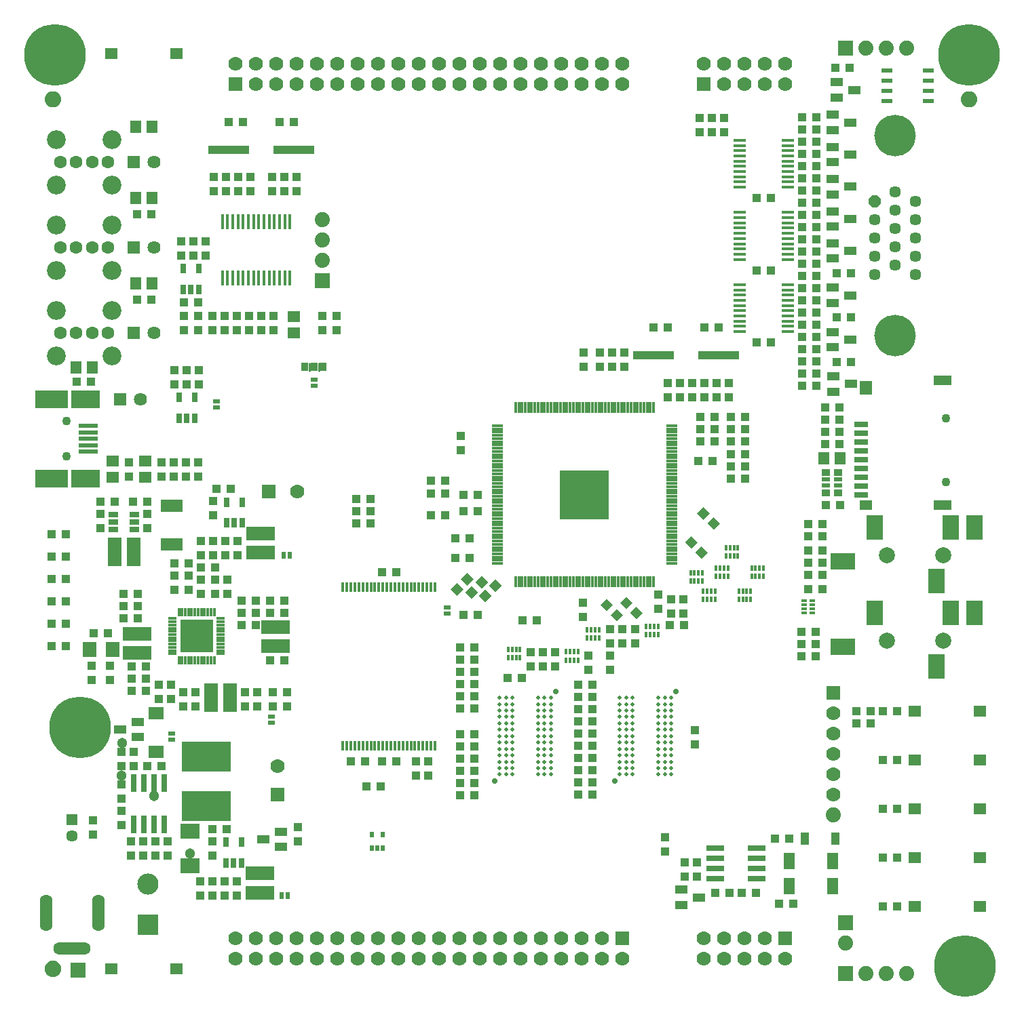
<source format=gts>
G04 EAGLE Gerber RS-274X export*
G75*
%MOMM*%
%FSLAX34Y34*%
%LPD*%
%INTop Solder Mask*%
%IPPOS*%
%AMOC8*
5,1,8,0,0,1.08239X$1,22.5*%
G01*
%ADD10C,1.601600*%
%ADD11R,1.879600X1.879600*%
%ADD12R,1.117600X1.117600*%
%ADD13R,1.117600X1.117600*%
%ADD14R,5.101600X1.101600*%
%ADD15R,1.371600X1.625600*%
%ADD16R,1.778000X1.778000*%
%ADD17C,1.778000*%
%ADD18C,1.270000*%
%ADD19C,1.101600*%
%ADD20R,1.451600X1.451600*%
%ADD21C,1.451600*%
%ADD22R,1.117600X0.863600*%
%ADD23R,1.117600X0.609600*%
%ADD24R,0.701600X2.301600*%
%ADD25R,0.651600X1.301600*%
%ADD26R,6.101600X3.701600*%
%ADD27R,0.863600X0.609600*%
%ADD28R,3.601600X1.701600*%
%ADD29R,0.609600X0.863600*%
%ADD30C,2.641600*%
%ADD31R,2.641600X2.641600*%
%ADD32R,1.101600X1.501600*%
%ADD33R,0.706400X0.706400*%
%ADD34R,2.801600X2.801600*%
%ADD35R,0.301600X1.401600*%
%ADD36R,1.401600X0.301600*%
%ADD37R,6.101600X6.101600*%
%ADD38R,0.351600X0.726600*%
%ADD39R,1.625600X1.371600*%
%ADD40R,1.625600X1.625600*%
%ADD41C,1.625600*%
%ADD42R,2.351600X0.601600*%
%ADD43R,4.101600X2.201600*%
%ADD44R,3.601600X2.201600*%
%ADD45R,0.451600X1.851600*%
%ADD46C,2.351600*%
%ADD47C,1.879600*%
%ADD48R,2.301600X0.701600*%
%ADD49R,1.901600X1.901600*%
%ADD50R,0.301600X1.001600*%
%ADD51R,1.001600X0.301600*%
%ADD52R,4.101600X4.101600*%
%ADD53R,1.301600X0.651600*%
%ADD54R,1.701600X3.601600*%
%ADD55R,1.752600X1.879600*%
%ADD56R,1.501600X1.101600*%
%ADD57R,1.901600X1.551600*%
%ADD58R,0.351600X1.301600*%
%ADD59R,2.387600X1.879600*%
%ADD60C,0.501600*%
%ADD61C,0.701600*%
%ADD62P,1.571197X8X112.500000*%
%ADD63C,5.181600*%
%ADD64R,1.601600X0.401600*%
%ADD65R,2.101600X3.101600*%
%ADD66R,3.101600X2.101600*%
%ADD67C,2.001600*%
%ADD68R,0.726600X0.351600*%
%ADD69R,2.701600X1.551600*%
%ADD70C,7.701600*%
%ADD71C,1.301600*%
%ADD72C,0.254000*%
%ADD73R,0.863600X1.117600*%
%ADD74R,1.701600X0.801600*%
%ADD75R,1.501600X1.301600*%
%ADD76R,1.501600X1.701600*%
%ADD77R,2.301600X1.301600*%
%ADD78R,1.401600X2.001600*%
%ADD79R,0.501600X0.801600*%
%ADD80R,1.356500X0.609600*%


D10*
X82550Y94744D03*
X17550Y94744D03*
X49550Y50244D03*
X17550Y99744D03*
X17550Y104744D03*
X17550Y89744D03*
X17550Y84744D03*
X17550Y109744D03*
X17550Y79744D03*
X82550Y99744D03*
X82550Y104744D03*
X82550Y109744D03*
X82550Y89744D03*
X82550Y84744D03*
X82550Y79744D03*
X44550Y50244D03*
X39550Y50244D03*
X34550Y50244D03*
X54550Y50244D03*
X59550Y50244D03*
X64550Y50244D03*
D11*
X57150Y23114D03*
D12*
X537972Y466598D03*
X555752Y466598D03*
X708152Y795020D03*
X708152Y777240D03*
X534416Y690118D03*
X534416Y672338D03*
X537718Y596392D03*
X555498Y596392D03*
D13*
G36*
X538107Y498963D02*
X530205Y491061D01*
X522303Y498963D01*
X530205Y506865D01*
X538107Y498963D01*
G37*
G36*
X550679Y511535D02*
X542777Y503633D01*
X534875Y511535D01*
X542777Y519437D01*
X550679Y511535D01*
G37*
G36*
X555887Y495320D02*
X547985Y487418D01*
X540083Y495320D01*
X547985Y503222D01*
X555887Y495320D01*
G37*
G36*
X568459Y507892D02*
X560557Y499990D01*
X552655Y507892D01*
X560557Y515794D01*
X568459Y507892D01*
G37*
G36*
X573028Y491133D02*
X565126Y483231D01*
X557224Y491133D01*
X565126Y499035D01*
X573028Y491133D01*
G37*
G36*
X585600Y503705D02*
X577698Y495803D01*
X569796Y503705D01*
X577698Y511607D01*
X585600Y503705D01*
G37*
D12*
X612140Y460248D03*
X629920Y460248D03*
X537718Y616712D03*
X555498Y616712D03*
X497078Y591312D03*
X514858Y591312D03*
X527558Y562864D03*
X545338Y562864D03*
X527532Y538480D03*
X545312Y538480D03*
D13*
G36*
X753808Y477358D02*
X761710Y469456D01*
X753808Y461554D01*
X745906Y469456D01*
X753808Y477358D01*
G37*
G36*
X741236Y489930D02*
X749138Y482028D01*
X741236Y474126D01*
X733334Y482028D01*
X741236Y489930D01*
G37*
D12*
X889254Y637540D03*
X871474Y637540D03*
X723392Y795020D03*
X723392Y777240D03*
X687832Y795020D03*
X687832Y777240D03*
X497078Y635000D03*
X514858Y635000D03*
X687070Y464312D03*
X687070Y482092D03*
D13*
G36*
X729424Y474818D02*
X737326Y466916D01*
X729424Y459014D01*
X721522Y466916D01*
X729424Y474818D01*
G37*
G36*
X716852Y487390D02*
X724754Y479488D01*
X716852Y471586D01*
X708950Y479488D01*
X716852Y487390D01*
G37*
D12*
X780796Y474726D03*
X780796Y492506D03*
D13*
G36*
X834834Y552796D02*
X842736Y544894D01*
X834834Y536992D01*
X826932Y544894D01*
X834834Y552796D01*
G37*
G36*
X822262Y565368D02*
X830164Y557466D01*
X822262Y549564D01*
X814360Y557466D01*
X822262Y565368D01*
G37*
D14*
X856488Y791464D03*
X775208Y791464D03*
D12*
X792988Y825754D03*
X775208Y825754D03*
X838708Y825754D03*
X856488Y825754D03*
X404622Y596138D03*
X422402Y596138D03*
D13*
G36*
X850074Y589118D02*
X857976Y581216D01*
X850074Y573314D01*
X842172Y581216D01*
X850074Y589118D01*
G37*
G36*
X837502Y601690D02*
X845404Y593788D01*
X837502Y585886D01*
X829600Y593788D01*
X837502Y601690D01*
G37*
D12*
X889254Y714248D03*
X871474Y714248D03*
X404622Y580898D03*
X422402Y580898D03*
X889254Y683768D03*
X871474Y683768D03*
X699008Y242316D03*
X681228Y242316D03*
X681228Y257556D03*
X699008Y257556D03*
X699008Y333756D03*
X681228Y333756D03*
X681228Y348996D03*
X699008Y348996D03*
X699008Y364236D03*
X681228Y364236D03*
X1007110Y711200D03*
X989330Y711200D03*
D15*
X988060Y662940D03*
X1008380Y662940D03*
D12*
X1007110Y726440D03*
X989330Y726440D03*
X24130Y539750D03*
X41910Y539750D03*
X41910Y567690D03*
X24130Y567690D03*
X863600Y1087882D03*
X863600Y1070102D03*
D16*
X838200Y1130300D03*
D17*
X838200Y1155700D03*
X863600Y1130300D03*
X863600Y1155700D03*
X889000Y1130300D03*
X889000Y1155700D03*
X914400Y1130300D03*
X914400Y1155700D03*
X939800Y1130300D03*
X939800Y1155700D03*
D12*
X848360Y1087882D03*
X848360Y1070102D03*
X833120Y1087882D03*
X833120Y1070102D03*
D18*
X21795Y25400D02*
X21797Y25520D01*
X21803Y25640D01*
X21813Y25759D01*
X21827Y25878D01*
X21845Y25996D01*
X21866Y26114D01*
X21892Y26231D01*
X21922Y26348D01*
X21955Y26463D01*
X21992Y26577D01*
X22033Y26689D01*
X22078Y26800D01*
X22126Y26910D01*
X22178Y27018D01*
X22234Y27124D01*
X22293Y27228D01*
X22356Y27331D01*
X22421Y27431D01*
X22491Y27529D01*
X22563Y27624D01*
X22638Y27717D01*
X22717Y27808D01*
X22798Y27896D01*
X22883Y27981D01*
X22970Y28063D01*
X23060Y28142D01*
X23152Y28219D01*
X23247Y28292D01*
X23345Y28362D01*
X23444Y28428D01*
X23546Y28492D01*
X23650Y28552D01*
X23755Y28608D01*
X23863Y28661D01*
X23972Y28710D01*
X24083Y28756D01*
X24195Y28798D01*
X24309Y28836D01*
X24424Y28870D01*
X24540Y28901D01*
X24656Y28927D01*
X24774Y28950D01*
X24892Y28969D01*
X25011Y28984D01*
X25131Y28995D01*
X25250Y29002D01*
X25370Y29005D01*
X25490Y29004D01*
X25610Y28999D01*
X25729Y28990D01*
X25848Y28977D01*
X25967Y28960D01*
X26085Y28939D01*
X26202Y28915D01*
X26319Y28886D01*
X26434Y28854D01*
X26548Y28817D01*
X26661Y28777D01*
X26773Y28733D01*
X26883Y28686D01*
X26991Y28635D01*
X27098Y28580D01*
X27202Y28522D01*
X27305Y28460D01*
X27406Y28395D01*
X27504Y28327D01*
X27601Y28255D01*
X27694Y28181D01*
X27785Y28103D01*
X27874Y28022D01*
X27960Y27939D01*
X28043Y27852D01*
X28123Y27763D01*
X28200Y27671D01*
X28274Y27577D01*
X28344Y27480D01*
X28412Y27381D01*
X28476Y27280D01*
X28537Y27176D01*
X28594Y27071D01*
X28648Y26964D01*
X28698Y26855D01*
X28745Y26745D01*
X28788Y26633D01*
X28827Y26520D01*
X28862Y26405D01*
X28894Y26290D01*
X28921Y26173D01*
X28945Y26055D01*
X28965Y25937D01*
X28981Y25819D01*
X28993Y25699D01*
X29001Y25580D01*
X29005Y25460D01*
X29005Y25340D01*
X29001Y25220D01*
X28993Y25101D01*
X28981Y24981D01*
X28965Y24863D01*
X28945Y24745D01*
X28921Y24627D01*
X28894Y24510D01*
X28862Y24395D01*
X28827Y24280D01*
X28788Y24167D01*
X28745Y24055D01*
X28698Y23945D01*
X28648Y23836D01*
X28594Y23729D01*
X28537Y23624D01*
X28476Y23520D01*
X28412Y23419D01*
X28344Y23320D01*
X28274Y23223D01*
X28200Y23129D01*
X28123Y23037D01*
X28043Y22948D01*
X27960Y22861D01*
X27874Y22778D01*
X27785Y22697D01*
X27694Y22619D01*
X27601Y22545D01*
X27504Y22473D01*
X27406Y22405D01*
X27305Y22340D01*
X27203Y22278D01*
X27098Y22220D01*
X26991Y22165D01*
X26883Y22114D01*
X26773Y22067D01*
X26661Y22023D01*
X26548Y21983D01*
X26434Y21946D01*
X26319Y21914D01*
X26202Y21885D01*
X26085Y21861D01*
X25967Y21840D01*
X25848Y21823D01*
X25729Y21810D01*
X25610Y21801D01*
X25490Y21796D01*
X25370Y21795D01*
X25250Y21798D01*
X25131Y21805D01*
X25011Y21816D01*
X24892Y21831D01*
X24774Y21850D01*
X24656Y21873D01*
X24540Y21899D01*
X24424Y21930D01*
X24309Y21964D01*
X24195Y22002D01*
X24083Y22044D01*
X23972Y22090D01*
X23863Y22139D01*
X23755Y22192D01*
X23650Y22248D01*
X23546Y22308D01*
X23444Y22372D01*
X23345Y22438D01*
X23247Y22508D01*
X23152Y22581D01*
X23060Y22658D01*
X22970Y22737D01*
X22883Y22819D01*
X22798Y22904D01*
X22717Y22992D01*
X22638Y23083D01*
X22563Y23176D01*
X22491Y23271D01*
X22421Y23369D01*
X22356Y23469D01*
X22293Y23572D01*
X22234Y23676D01*
X22178Y23782D01*
X22126Y23890D01*
X22078Y24000D01*
X22033Y24111D01*
X21992Y24223D01*
X21955Y24337D01*
X21922Y24452D01*
X21892Y24569D01*
X21866Y24686D01*
X21845Y24804D01*
X21827Y24922D01*
X21813Y25041D01*
X21803Y25160D01*
X21797Y25280D01*
X21795Y25400D01*
D19*
X25400Y25400D03*
D18*
X1164795Y1111250D02*
X1164797Y1111370D01*
X1164803Y1111490D01*
X1164813Y1111609D01*
X1164827Y1111728D01*
X1164845Y1111846D01*
X1164866Y1111964D01*
X1164892Y1112081D01*
X1164922Y1112198D01*
X1164955Y1112313D01*
X1164992Y1112427D01*
X1165033Y1112539D01*
X1165078Y1112650D01*
X1165126Y1112760D01*
X1165178Y1112868D01*
X1165234Y1112974D01*
X1165293Y1113078D01*
X1165356Y1113181D01*
X1165421Y1113281D01*
X1165491Y1113379D01*
X1165563Y1113474D01*
X1165638Y1113567D01*
X1165717Y1113658D01*
X1165798Y1113746D01*
X1165883Y1113831D01*
X1165970Y1113913D01*
X1166060Y1113992D01*
X1166152Y1114069D01*
X1166247Y1114142D01*
X1166345Y1114212D01*
X1166444Y1114278D01*
X1166546Y1114342D01*
X1166650Y1114402D01*
X1166755Y1114458D01*
X1166863Y1114511D01*
X1166972Y1114560D01*
X1167083Y1114606D01*
X1167195Y1114648D01*
X1167309Y1114686D01*
X1167424Y1114720D01*
X1167540Y1114751D01*
X1167656Y1114777D01*
X1167774Y1114800D01*
X1167892Y1114819D01*
X1168011Y1114834D01*
X1168131Y1114845D01*
X1168250Y1114852D01*
X1168370Y1114855D01*
X1168490Y1114854D01*
X1168610Y1114849D01*
X1168729Y1114840D01*
X1168848Y1114827D01*
X1168967Y1114810D01*
X1169085Y1114789D01*
X1169202Y1114765D01*
X1169319Y1114736D01*
X1169434Y1114704D01*
X1169548Y1114667D01*
X1169661Y1114627D01*
X1169773Y1114583D01*
X1169883Y1114536D01*
X1169991Y1114485D01*
X1170098Y1114430D01*
X1170202Y1114372D01*
X1170305Y1114310D01*
X1170406Y1114245D01*
X1170504Y1114177D01*
X1170601Y1114105D01*
X1170694Y1114031D01*
X1170785Y1113953D01*
X1170874Y1113872D01*
X1170960Y1113789D01*
X1171043Y1113702D01*
X1171123Y1113613D01*
X1171200Y1113521D01*
X1171274Y1113427D01*
X1171344Y1113330D01*
X1171412Y1113231D01*
X1171476Y1113130D01*
X1171537Y1113026D01*
X1171594Y1112921D01*
X1171648Y1112814D01*
X1171698Y1112705D01*
X1171745Y1112595D01*
X1171788Y1112483D01*
X1171827Y1112370D01*
X1171862Y1112255D01*
X1171894Y1112140D01*
X1171921Y1112023D01*
X1171945Y1111905D01*
X1171965Y1111787D01*
X1171981Y1111669D01*
X1171993Y1111549D01*
X1172001Y1111430D01*
X1172005Y1111310D01*
X1172005Y1111190D01*
X1172001Y1111070D01*
X1171993Y1110951D01*
X1171981Y1110831D01*
X1171965Y1110713D01*
X1171945Y1110595D01*
X1171921Y1110477D01*
X1171894Y1110360D01*
X1171862Y1110245D01*
X1171827Y1110130D01*
X1171788Y1110017D01*
X1171745Y1109905D01*
X1171698Y1109795D01*
X1171648Y1109686D01*
X1171594Y1109579D01*
X1171537Y1109474D01*
X1171476Y1109370D01*
X1171412Y1109269D01*
X1171344Y1109170D01*
X1171274Y1109073D01*
X1171200Y1108979D01*
X1171123Y1108887D01*
X1171043Y1108798D01*
X1170960Y1108711D01*
X1170874Y1108628D01*
X1170785Y1108547D01*
X1170694Y1108469D01*
X1170601Y1108395D01*
X1170504Y1108323D01*
X1170406Y1108255D01*
X1170305Y1108190D01*
X1170203Y1108128D01*
X1170098Y1108070D01*
X1169991Y1108015D01*
X1169883Y1107964D01*
X1169773Y1107917D01*
X1169661Y1107873D01*
X1169548Y1107833D01*
X1169434Y1107796D01*
X1169319Y1107764D01*
X1169202Y1107735D01*
X1169085Y1107711D01*
X1168967Y1107690D01*
X1168848Y1107673D01*
X1168729Y1107660D01*
X1168610Y1107651D01*
X1168490Y1107646D01*
X1168370Y1107645D01*
X1168250Y1107648D01*
X1168131Y1107655D01*
X1168011Y1107666D01*
X1167892Y1107681D01*
X1167774Y1107700D01*
X1167656Y1107723D01*
X1167540Y1107749D01*
X1167424Y1107780D01*
X1167309Y1107814D01*
X1167195Y1107852D01*
X1167083Y1107894D01*
X1166972Y1107940D01*
X1166863Y1107989D01*
X1166755Y1108042D01*
X1166650Y1108098D01*
X1166546Y1108158D01*
X1166444Y1108222D01*
X1166345Y1108288D01*
X1166247Y1108358D01*
X1166152Y1108431D01*
X1166060Y1108508D01*
X1165970Y1108587D01*
X1165883Y1108669D01*
X1165798Y1108754D01*
X1165717Y1108842D01*
X1165638Y1108933D01*
X1165563Y1109026D01*
X1165491Y1109121D01*
X1165421Y1109219D01*
X1165356Y1109319D01*
X1165293Y1109422D01*
X1165234Y1109526D01*
X1165178Y1109632D01*
X1165126Y1109740D01*
X1165078Y1109850D01*
X1165033Y1109961D01*
X1164992Y1110073D01*
X1164955Y1110187D01*
X1164922Y1110302D01*
X1164892Y1110419D01*
X1164866Y1110536D01*
X1164845Y1110654D01*
X1164827Y1110772D01*
X1164813Y1110891D01*
X1164803Y1111010D01*
X1164797Y1111130D01*
X1164795Y1111250D01*
D19*
X1168400Y1111250D03*
D18*
X21795Y1111250D02*
X21797Y1111370D01*
X21803Y1111490D01*
X21813Y1111609D01*
X21827Y1111728D01*
X21845Y1111846D01*
X21866Y1111964D01*
X21892Y1112081D01*
X21922Y1112198D01*
X21955Y1112313D01*
X21992Y1112427D01*
X22033Y1112539D01*
X22078Y1112650D01*
X22126Y1112760D01*
X22178Y1112868D01*
X22234Y1112974D01*
X22293Y1113078D01*
X22356Y1113181D01*
X22421Y1113281D01*
X22491Y1113379D01*
X22563Y1113474D01*
X22638Y1113567D01*
X22717Y1113658D01*
X22798Y1113746D01*
X22883Y1113831D01*
X22970Y1113913D01*
X23060Y1113992D01*
X23152Y1114069D01*
X23247Y1114142D01*
X23345Y1114212D01*
X23444Y1114278D01*
X23546Y1114342D01*
X23650Y1114402D01*
X23755Y1114458D01*
X23863Y1114511D01*
X23972Y1114560D01*
X24083Y1114606D01*
X24195Y1114648D01*
X24309Y1114686D01*
X24424Y1114720D01*
X24540Y1114751D01*
X24656Y1114777D01*
X24774Y1114800D01*
X24892Y1114819D01*
X25011Y1114834D01*
X25131Y1114845D01*
X25250Y1114852D01*
X25370Y1114855D01*
X25490Y1114854D01*
X25610Y1114849D01*
X25729Y1114840D01*
X25848Y1114827D01*
X25967Y1114810D01*
X26085Y1114789D01*
X26202Y1114765D01*
X26319Y1114736D01*
X26434Y1114704D01*
X26548Y1114667D01*
X26661Y1114627D01*
X26773Y1114583D01*
X26883Y1114536D01*
X26991Y1114485D01*
X27098Y1114430D01*
X27202Y1114372D01*
X27305Y1114310D01*
X27406Y1114245D01*
X27504Y1114177D01*
X27601Y1114105D01*
X27694Y1114031D01*
X27785Y1113953D01*
X27874Y1113872D01*
X27960Y1113789D01*
X28043Y1113702D01*
X28123Y1113613D01*
X28200Y1113521D01*
X28274Y1113427D01*
X28344Y1113330D01*
X28412Y1113231D01*
X28476Y1113130D01*
X28537Y1113026D01*
X28594Y1112921D01*
X28648Y1112814D01*
X28698Y1112705D01*
X28745Y1112595D01*
X28788Y1112483D01*
X28827Y1112370D01*
X28862Y1112255D01*
X28894Y1112140D01*
X28921Y1112023D01*
X28945Y1111905D01*
X28965Y1111787D01*
X28981Y1111669D01*
X28993Y1111549D01*
X29001Y1111430D01*
X29005Y1111310D01*
X29005Y1111190D01*
X29001Y1111070D01*
X28993Y1110951D01*
X28981Y1110831D01*
X28965Y1110713D01*
X28945Y1110595D01*
X28921Y1110477D01*
X28894Y1110360D01*
X28862Y1110245D01*
X28827Y1110130D01*
X28788Y1110017D01*
X28745Y1109905D01*
X28698Y1109795D01*
X28648Y1109686D01*
X28594Y1109579D01*
X28537Y1109474D01*
X28476Y1109370D01*
X28412Y1109269D01*
X28344Y1109170D01*
X28274Y1109073D01*
X28200Y1108979D01*
X28123Y1108887D01*
X28043Y1108798D01*
X27960Y1108711D01*
X27874Y1108628D01*
X27785Y1108547D01*
X27694Y1108469D01*
X27601Y1108395D01*
X27504Y1108323D01*
X27406Y1108255D01*
X27305Y1108190D01*
X27203Y1108128D01*
X27098Y1108070D01*
X26991Y1108015D01*
X26883Y1107964D01*
X26773Y1107917D01*
X26661Y1107873D01*
X26548Y1107833D01*
X26434Y1107796D01*
X26319Y1107764D01*
X26202Y1107735D01*
X26085Y1107711D01*
X25967Y1107690D01*
X25848Y1107673D01*
X25729Y1107660D01*
X25610Y1107651D01*
X25490Y1107646D01*
X25370Y1107645D01*
X25250Y1107648D01*
X25131Y1107655D01*
X25011Y1107666D01*
X24892Y1107681D01*
X24774Y1107700D01*
X24656Y1107723D01*
X24540Y1107749D01*
X24424Y1107780D01*
X24309Y1107814D01*
X24195Y1107852D01*
X24083Y1107894D01*
X23972Y1107940D01*
X23863Y1107989D01*
X23755Y1108042D01*
X23650Y1108098D01*
X23546Y1108158D01*
X23444Y1108222D01*
X23345Y1108288D01*
X23247Y1108358D01*
X23152Y1108431D01*
X23060Y1108508D01*
X22970Y1108587D01*
X22883Y1108669D01*
X22798Y1108754D01*
X22717Y1108842D01*
X22638Y1108933D01*
X22563Y1109026D01*
X22491Y1109121D01*
X22421Y1109219D01*
X22356Y1109319D01*
X22293Y1109422D01*
X22234Y1109526D01*
X22178Y1109632D01*
X22126Y1109740D01*
X22078Y1109850D01*
X22033Y1109961D01*
X21992Y1110073D01*
X21955Y1110187D01*
X21922Y1110302D01*
X21892Y1110419D01*
X21866Y1110536D01*
X21845Y1110654D01*
X21827Y1110772D01*
X21813Y1110891D01*
X21803Y1111010D01*
X21797Y1111130D01*
X21795Y1111250D01*
D19*
X25400Y1111250D03*
D20*
X49530Y211168D03*
D21*
X49530Y191168D03*
D12*
X681228Y379476D03*
X699008Y379476D03*
X534162Y272542D03*
X551942Y272542D03*
X551942Y318262D03*
X534162Y318262D03*
X534162Y303022D03*
X551942Y303022D03*
X534162Y287782D03*
X551942Y287782D03*
D22*
X990600Y645160D03*
X1005840Y645160D03*
D23*
X990600Y636270D03*
X1005840Y636270D03*
D22*
X1005840Y619760D03*
X990600Y619760D03*
D23*
X1005840Y628650D03*
X990600Y628650D03*
D24*
X152400Y257140D03*
X152400Y205140D03*
X165100Y257140D03*
X139700Y257140D03*
X127000Y257140D03*
X165100Y205140D03*
X139700Y205140D03*
X127000Y205140D03*
D25*
X242722Y581867D03*
X252222Y581867D03*
X261722Y581867D03*
X261722Y607869D03*
X242722Y607869D03*
D12*
X168910Y184150D03*
X168910Y166370D03*
X153670Y166370D03*
X153670Y184150D03*
X161290Y278130D03*
X143510Y278130D03*
X138430Y184150D03*
X138430Y166370D03*
X123190Y166370D03*
X123190Y184150D03*
D26*
X217170Y228080D03*
X217170Y290080D03*
D12*
X111760Y295910D03*
X111760Y278130D03*
X111760Y237490D03*
X111760Y255270D03*
X111760Y222250D03*
X111760Y204470D03*
D27*
X174244Y311404D03*
X174244Y319024D03*
D12*
X247396Y624078D03*
X229616Y624078D03*
D28*
X285242Y568768D03*
X285242Y544768D03*
D12*
X225552Y541528D03*
X225552Y559308D03*
X225552Y591058D03*
X225552Y608838D03*
X240792Y541528D03*
X240792Y559308D03*
D29*
X313436Y541528D03*
X321056Y541528D03*
D12*
X76200Y192278D03*
X76200Y210058D03*
X210312Y541528D03*
X210312Y559308D03*
D30*
X144780Y130810D03*
D31*
X144780Y80010D03*
D12*
X989330Y680720D03*
X1007110Y680720D03*
D32*
X963726Y187198D03*
X1001726Y187198D03*
D12*
X127000Y295910D03*
X127000Y278130D03*
X256032Y541528D03*
X256032Y559308D03*
X422402Y611378D03*
X404622Y611378D03*
X989330Y695960D03*
X1007110Y695960D03*
X24130Y427990D03*
X41910Y427990D03*
X24130Y455930D03*
X41910Y455930D03*
D33*
X663102Y607220D03*
X671102Y607220D03*
X679102Y591220D03*
X679102Y599220D03*
X699102Y591220D03*
X699102Y599220D03*
X715102Y607220D03*
X707102Y607220D03*
X663102Y627220D03*
X671102Y627220D03*
X715102Y627220D03*
X707102Y627220D03*
X679102Y643220D03*
X679102Y635220D03*
X699102Y643220D03*
X699102Y635220D03*
D34*
X689102Y617220D03*
D35*
X603102Y725720D03*
X607102Y725720D03*
X611102Y725720D03*
X615102Y725720D03*
X619102Y725720D03*
X623102Y725720D03*
X627102Y725720D03*
X631102Y725720D03*
X635102Y725720D03*
X639102Y725720D03*
X643102Y725720D03*
X647102Y725720D03*
X651102Y725720D03*
X655102Y725720D03*
X659102Y725720D03*
X663102Y725720D03*
X667102Y725720D03*
X671102Y725720D03*
X675102Y725720D03*
X679102Y725720D03*
X683102Y725720D03*
X687102Y725720D03*
X691102Y725720D03*
X695102Y725720D03*
X699102Y725720D03*
X703102Y725720D03*
X711102Y725720D03*
X707102Y725720D03*
X715102Y725720D03*
X719102Y725720D03*
X723102Y725720D03*
X727102Y725720D03*
X731102Y725720D03*
X735102Y725720D03*
X739102Y725720D03*
X743102Y725720D03*
X747102Y725720D03*
X751102Y725720D03*
X755102Y725720D03*
X759102Y725720D03*
X763102Y725720D03*
X767102Y725720D03*
X771102Y725720D03*
X775102Y725720D03*
D36*
X797602Y531220D03*
X797602Y535220D03*
X797602Y539220D03*
X797602Y543220D03*
X797602Y547220D03*
X797602Y551220D03*
X797602Y555220D03*
X797602Y559220D03*
X797602Y563220D03*
X797602Y567220D03*
X797602Y571220D03*
X797602Y575220D03*
X797602Y579220D03*
X797602Y583220D03*
X797602Y587220D03*
X797602Y591220D03*
X797602Y595220D03*
X797602Y599220D03*
X797602Y603220D03*
X797602Y607220D03*
X797602Y611220D03*
X797602Y615220D03*
X797602Y619220D03*
X797602Y623220D03*
X797602Y627220D03*
X797602Y631220D03*
X797602Y639220D03*
X797602Y635220D03*
X797602Y643220D03*
X797602Y647220D03*
X797602Y651220D03*
X797602Y655220D03*
X797602Y659220D03*
X797602Y663220D03*
X797602Y667220D03*
X797602Y671220D03*
X797602Y675220D03*
X797602Y679220D03*
X797602Y683220D03*
X797602Y687220D03*
X797602Y691220D03*
X797602Y695220D03*
X797602Y699220D03*
X797602Y703220D03*
X580602Y531220D03*
X580602Y535220D03*
X580602Y539220D03*
X580602Y543220D03*
X580602Y547220D03*
X580602Y551220D03*
X580602Y555220D03*
X580602Y559220D03*
X580602Y563220D03*
X580602Y567220D03*
X580602Y571220D03*
X580602Y575220D03*
X580602Y579220D03*
X580602Y583220D03*
X580602Y587220D03*
X580602Y591220D03*
X580602Y595220D03*
X580602Y599220D03*
X580602Y603220D03*
X580602Y607220D03*
X580602Y611220D03*
X580602Y615220D03*
X580602Y619220D03*
X580602Y623220D03*
X580602Y627220D03*
X580602Y631220D03*
X580602Y639220D03*
X580602Y635220D03*
X580602Y643220D03*
X580602Y647220D03*
X580602Y651220D03*
X580602Y655220D03*
X580602Y659220D03*
X580602Y663220D03*
X580602Y667220D03*
X580602Y671220D03*
X580602Y675220D03*
X580602Y679220D03*
X580602Y683220D03*
X580602Y687220D03*
X580602Y691220D03*
X580602Y695220D03*
X580602Y699220D03*
X580602Y703220D03*
D35*
X603102Y508720D03*
X607102Y508720D03*
X611102Y508720D03*
X615102Y508720D03*
X619102Y508720D03*
X623102Y508720D03*
X627102Y508720D03*
X631102Y508720D03*
X635102Y508720D03*
X639102Y508720D03*
X643102Y508720D03*
X647102Y508720D03*
X651102Y508720D03*
X655102Y508720D03*
X659102Y508720D03*
X663102Y508720D03*
X667102Y508720D03*
X671102Y508720D03*
X675102Y508720D03*
X679102Y508720D03*
X683102Y508720D03*
X687102Y508720D03*
X691102Y508720D03*
X695102Y508720D03*
X699102Y508720D03*
X703102Y508720D03*
X711102Y508720D03*
X707102Y508720D03*
X715102Y508720D03*
X719102Y508720D03*
X723102Y508720D03*
X727102Y508720D03*
X731102Y508720D03*
X735102Y508720D03*
X739102Y508720D03*
X743102Y508720D03*
X747102Y508720D03*
X751102Y508720D03*
X755102Y508720D03*
X759102Y508720D03*
X763102Y508720D03*
X767102Y508720D03*
X771102Y508720D03*
X775102Y508720D03*
D37*
X689102Y617220D03*
D12*
X926846Y187198D03*
X944626Y187198D03*
X889254Y699008D03*
X871474Y699008D03*
X869442Y756412D03*
X869442Y738632D03*
X851662Y699008D03*
X833882Y699008D03*
X851662Y683768D03*
X833882Y683768D03*
X833882Y714248D03*
X851662Y714248D03*
X738632Y795020D03*
X738632Y777240D03*
X986282Y517144D03*
X986282Y499364D03*
X968502Y499364D03*
X968502Y517144D03*
X986282Y532384D03*
X968502Y532384D03*
X968502Y547624D03*
X968502Y565404D03*
X986282Y547624D03*
X986282Y565404D03*
X986282Y580644D03*
X968502Y580644D03*
X959612Y430276D03*
X977392Y430276D03*
X959612Y415036D03*
X977392Y415036D03*
X959612Y445516D03*
X977392Y445516D03*
X849122Y658876D03*
X831342Y658876D03*
X889254Y652780D03*
X871474Y652780D03*
X889254Y668020D03*
X871474Y668020D03*
X854202Y756412D03*
X854202Y738632D03*
X808482Y756412D03*
X808482Y738632D03*
X793242Y756412D03*
X793242Y738632D03*
X838962Y756412D03*
X838962Y738632D03*
X823722Y756412D03*
X823722Y738632D03*
X699008Y288036D03*
X681228Y288036D03*
X827072Y323136D03*
X827072Y305356D03*
X699008Y318516D03*
X681228Y318516D03*
X681228Y303276D03*
X699008Y303276D03*
X694182Y398526D03*
X694182Y416306D03*
X721360Y398526D03*
X721360Y416306D03*
X699008Y272796D03*
X681228Y272796D03*
X593344Y387858D03*
X611124Y387858D03*
X534162Y242062D03*
X551942Y242062D03*
X534162Y257302D03*
X551942Y257302D03*
D38*
X608718Y424225D03*
X608718Y413975D03*
X603718Y424225D03*
X603718Y413975D03*
X593718Y413975D03*
X593718Y424225D03*
X598718Y413975D03*
X598718Y424225D03*
X707524Y448355D03*
X707524Y438105D03*
X702524Y448355D03*
X702524Y438105D03*
X692524Y438105D03*
X692524Y448355D03*
X697524Y438105D03*
X697524Y448355D03*
X680854Y420923D03*
X680854Y410673D03*
X675854Y420923D03*
X675854Y410673D03*
X665854Y410673D03*
X665854Y420923D03*
X670854Y410673D03*
X670854Y420923D03*
X780676Y452927D03*
X780676Y442677D03*
X775676Y452927D03*
X775676Y442677D03*
X765676Y442677D03*
X765676Y452927D03*
X770676Y442677D03*
X770676Y452927D03*
X836302Y519729D03*
X836302Y509479D03*
X831302Y519729D03*
X831302Y509479D03*
X821302Y509479D03*
X821302Y519729D03*
X826302Y509479D03*
X826302Y519729D03*
X852304Y496361D03*
X852304Y486111D03*
X847304Y496361D03*
X847304Y486111D03*
X837304Y486111D03*
X837304Y496361D03*
X842304Y486111D03*
X842304Y496361D03*
X868331Y525589D03*
X868331Y515339D03*
X863331Y525589D03*
X863331Y515339D03*
X853331Y515339D03*
X853331Y525589D03*
X858331Y515339D03*
X858331Y525589D03*
X880498Y551225D03*
X880498Y540975D03*
X875498Y551225D03*
X875498Y540975D03*
X865498Y540975D03*
X865498Y551225D03*
X870498Y540975D03*
X870498Y551225D03*
X896500Y496361D03*
X896500Y486111D03*
X891500Y496361D03*
X891500Y486111D03*
X881500Y486111D03*
X881500Y496361D03*
X886500Y486111D03*
X886500Y496361D03*
X912502Y525571D03*
X912502Y515321D03*
X907502Y525571D03*
X907502Y515321D03*
X897502Y515321D03*
X897502Y525571D03*
X902502Y515321D03*
X902502Y525571D03*
D12*
X813562Y453898D03*
X795782Y453898D03*
X534162Y426466D03*
X551942Y426466D03*
X534162Y411226D03*
X551942Y411226D03*
X534162Y395986D03*
X551942Y395986D03*
X551942Y350266D03*
X534162Y350266D03*
X534162Y365506D03*
X551942Y365506D03*
X534162Y380746D03*
X551942Y380746D03*
D39*
X1182370Y346710D03*
X1101090Y346710D03*
X1182370Y285750D03*
X1101090Y285750D03*
X1182370Y224790D03*
X1101090Y224790D03*
X1182370Y163830D03*
X1101090Y163830D03*
X1182370Y102870D03*
X1101090Y102870D03*
D12*
X1028700Y346710D03*
X1046480Y346710D03*
X1046480Y331470D03*
X1028700Y331470D03*
X1061720Y346710D03*
X1079500Y346710D03*
X1061720Y285750D03*
X1079500Y285750D03*
X1061720Y224790D03*
X1079500Y224790D03*
X1061720Y163830D03*
X1079500Y163830D03*
X1061720Y102870D03*
X1079500Y102870D03*
D40*
X109728Y735838D03*
D41*
X135128Y735838D03*
D39*
X100076Y658876D03*
X100076Y638556D03*
D12*
X177800Y755142D03*
X177800Y772922D03*
D25*
X183540Y712677D03*
X193040Y712677D03*
X202540Y712677D03*
X202540Y738679D03*
X183540Y738679D03*
D12*
X206756Y657606D03*
X206756Y639826D03*
X208280Y772922D03*
X208280Y755142D03*
D39*
X140716Y638556D03*
X140716Y658876D03*
D42*
X70240Y703070D03*
X70240Y695070D03*
X70240Y687070D03*
X70240Y679070D03*
X70240Y671070D03*
D43*
X24180Y736570D03*
X24180Y637570D03*
D44*
X66680Y736570D03*
X66680Y637570D03*
D19*
X43180Y709070D03*
X43180Y665070D03*
D12*
X161036Y639826D03*
X161036Y657606D03*
X176276Y657606D03*
X176276Y639826D03*
D40*
X127000Y1032510D03*
D41*
X152400Y1032510D03*
D15*
X149860Y1076960D03*
X129540Y1076960D03*
D12*
X185928Y915670D03*
X185928Y933450D03*
D25*
X188620Y873713D03*
X198120Y873713D03*
X207620Y873713D03*
X207620Y899715D03*
X188620Y899715D03*
D12*
X189230Y857250D03*
X207010Y857250D03*
X216408Y933450D03*
X216408Y915670D03*
D45*
X321650Y958032D03*
X315150Y958032D03*
X308650Y958032D03*
X302150Y958032D03*
X295650Y958032D03*
X289150Y958032D03*
X282650Y958032D03*
X276150Y958032D03*
X269650Y958032D03*
X263150Y958032D03*
X256650Y958032D03*
X250150Y958032D03*
X243650Y958032D03*
X237150Y958032D03*
X237150Y887532D03*
X243650Y887532D03*
X250150Y887532D03*
X256650Y887532D03*
X263150Y887532D03*
X269650Y887532D03*
X276150Y887532D03*
X282650Y887532D03*
X289150Y887532D03*
X295650Y887532D03*
X302150Y887532D03*
X308650Y887532D03*
X315150Y887532D03*
X321650Y887532D03*
D14*
X245364Y1048004D03*
X326644Y1048004D03*
D12*
X308864Y1082294D03*
X326644Y1082294D03*
X263144Y1082294D03*
X245364Y1082294D03*
X314198Y1013714D03*
X314198Y995934D03*
X329438Y995934D03*
X329438Y1013714D03*
X298958Y995934D03*
X298958Y1013714D03*
X272542Y995934D03*
X272542Y1013714D03*
D39*
X326390Y839470D03*
X326390Y819150D03*
D12*
X189230Y822960D03*
X189230Y840740D03*
X207010Y822960D03*
X207010Y840740D03*
X285750Y840740D03*
X285750Y822960D03*
X300990Y840740D03*
X300990Y822960D03*
X240030Y822960D03*
X240030Y840740D03*
D46*
X29790Y1060800D03*
X29790Y1003800D03*
X99790Y1003800D03*
X99790Y1060800D03*
D10*
X34790Y1032300D03*
X54790Y1032300D03*
X74790Y1032300D03*
X94790Y1032300D03*
D46*
X29790Y954120D03*
X29790Y897120D03*
X99790Y897120D03*
X99790Y954120D03*
D10*
X34790Y925620D03*
X54790Y925620D03*
X74790Y925620D03*
X94790Y925620D03*
D15*
X149860Y988060D03*
X129540Y988060D03*
D12*
X130810Y967740D03*
X148590Y967740D03*
D40*
X127000Y925830D03*
D41*
X152400Y925830D03*
D15*
X149860Y881380D03*
X129540Y881380D03*
D12*
X130810Y861060D03*
X148590Y861060D03*
D46*
X29790Y847440D03*
X29790Y790440D03*
X99790Y790440D03*
X99790Y847440D03*
D10*
X34790Y818940D03*
X54790Y818940D03*
X74790Y818940D03*
X94790Y818940D03*
D40*
X127000Y819150D03*
D41*
X152400Y819150D03*
D15*
X74676Y775716D03*
X54356Y775716D03*
D12*
X55626Y757936D03*
X73406Y757936D03*
X242062Y995934D03*
X242062Y1013714D03*
X226822Y995934D03*
X226822Y1013714D03*
X257302Y1013714D03*
X257302Y995934D03*
X361950Y822960D03*
X379730Y822960D03*
X361950Y840740D03*
X379730Y840740D03*
D11*
X361950Y884682D03*
D47*
X361950Y910082D03*
X361950Y935482D03*
X361950Y960882D03*
D48*
X903824Y150368D03*
X851824Y150368D03*
X903824Y137668D03*
X903824Y163068D03*
X903824Y175768D03*
X851824Y137668D03*
X851824Y163068D03*
X851824Y175768D03*
D12*
X903224Y119888D03*
X885444Y119888D03*
X870204Y119888D03*
X852424Y119888D03*
X829056Y158242D03*
X829056Y140462D03*
X813816Y158242D03*
X813816Y140462D03*
D49*
X204978Y440436D03*
D33*
X188978Y446936D03*
X194978Y446936D03*
X188978Y433936D03*
X194978Y433936D03*
X198478Y424436D03*
X198478Y430436D03*
X211478Y424436D03*
X211478Y430436D03*
X220978Y433936D03*
X214978Y433936D03*
X220978Y446936D03*
X214978Y446936D03*
X211478Y456436D03*
X211478Y450436D03*
X198478Y456436D03*
X198478Y450436D03*
D50*
X182978Y410436D03*
X186978Y410436D03*
X190978Y410436D03*
X194978Y410436D03*
X198978Y410436D03*
X202978Y410436D03*
X206978Y410436D03*
X210978Y410436D03*
X214978Y410436D03*
X218978Y410436D03*
X222978Y410436D03*
X226978Y410436D03*
D51*
X234978Y418436D03*
X234978Y422436D03*
X234978Y426436D03*
X234978Y430436D03*
X234978Y434436D03*
X234978Y438436D03*
X234978Y442436D03*
X234978Y446436D03*
X234978Y450436D03*
X234978Y454436D03*
X234978Y458436D03*
X234978Y462436D03*
D50*
X226978Y470436D03*
X222978Y470436D03*
X218978Y470436D03*
X214978Y470436D03*
X210978Y470436D03*
X206978Y470436D03*
X202978Y470436D03*
X198978Y470436D03*
X194978Y470436D03*
X190978Y470436D03*
X186978Y470436D03*
X182978Y470436D03*
D51*
X174978Y462436D03*
X174978Y458436D03*
X174978Y454436D03*
X174978Y450436D03*
X174978Y446436D03*
X174978Y442436D03*
X174978Y438436D03*
X174978Y434436D03*
X174978Y430436D03*
X174978Y426436D03*
X174978Y422436D03*
X174978Y418436D03*
D52*
X204978Y440436D03*
D11*
X1014730Y19050D03*
D47*
X1040130Y19050D03*
X1065530Y19050D03*
X1090930Y19050D03*
D53*
X127555Y573430D03*
X127555Y582930D03*
X127555Y592430D03*
X101553Y592430D03*
X101553Y582930D03*
X101553Y573430D03*
D54*
X102554Y546100D03*
X126554Y546100D03*
D12*
X125984Y608330D03*
X143764Y608330D03*
X103124Y608330D03*
X85344Y608330D03*
X143764Y593090D03*
X143764Y575310D03*
X85344Y593090D03*
X85344Y575310D03*
X113538Y493522D03*
X131318Y493522D03*
X177292Y516128D03*
X177292Y498348D03*
X141986Y402336D03*
X124206Y402336D03*
D28*
X130810Y419546D03*
X130810Y443546D03*
D55*
X100457Y423926D03*
X71247Y423926D03*
D12*
X94742Y444246D03*
X76962Y444246D03*
X97282Y403606D03*
X97282Y385826D03*
X74422Y403606D03*
X74422Y385826D03*
D54*
X222696Y363728D03*
X246696Y363728D03*
D12*
X265430Y370840D03*
X265430Y353060D03*
X280670Y370840D03*
X280670Y353060D03*
X203454Y370840D03*
X203454Y353060D03*
D28*
X303530Y427928D03*
X303530Y451928D03*
D12*
X314960Y469900D03*
X297180Y469900D03*
X314960Y485140D03*
X297180Y485140D03*
X297180Y409956D03*
X314960Y409956D03*
X228092Y493268D03*
X228092Y511048D03*
X299974Y370840D03*
X317754Y370840D03*
X131318Y463042D03*
X113538Y463042D03*
X131318Y478282D03*
X113538Y478282D03*
X243332Y511048D03*
X243332Y493268D03*
X278892Y469900D03*
X261112Y469900D03*
X278892Y485140D03*
X261112Y485140D03*
X278892Y454406D03*
X261112Y454406D03*
X195072Y516128D03*
X195072Y498348D03*
X177292Y531368D03*
X195072Y531368D03*
X210312Y511048D03*
X210312Y493268D03*
X228092Y526288D03*
X210312Y526288D03*
X124206Y371856D03*
X141986Y371856D03*
X124206Y387096D03*
X141986Y387096D03*
X188214Y353060D03*
X188214Y370840D03*
X120396Y639826D03*
X120396Y657606D03*
X172974Y379730D03*
X172974Y361950D03*
X157734Y379730D03*
X157734Y361950D03*
X497078Y618744D03*
X514858Y618744D03*
D56*
X109650Y323850D03*
X131650Y333350D03*
X131650Y314350D03*
D25*
X241960Y157179D03*
X251460Y157179D03*
X260960Y157179D03*
X260960Y183181D03*
X241960Y183181D03*
D12*
X242570Y199390D03*
X224790Y199390D03*
D28*
X284480Y144080D03*
X284480Y120080D03*
D12*
X224790Y116840D03*
X224790Y134620D03*
X224790Y166370D03*
X224790Y184150D03*
X255270Y116840D03*
X255270Y134620D03*
D29*
X311150Y116840D03*
X318770Y116840D03*
D12*
X209550Y116840D03*
X209550Y134620D03*
X240030Y116840D03*
X240030Y134620D03*
X24130Y483870D03*
X41910Y483870D03*
X24130Y511810D03*
X41910Y511810D03*
D57*
X154940Y344490D03*
X154940Y295590D03*
D27*
X298704Y339598D03*
X298704Y331978D03*
D12*
X299974Y353060D03*
X317754Y353060D03*
D16*
X254000Y1130300D03*
D17*
X254000Y1155700D03*
X279400Y1130300D03*
X279400Y1155700D03*
X304800Y1130300D03*
X304800Y1155700D03*
X330200Y1130300D03*
X330200Y1155700D03*
X355600Y1130300D03*
X355600Y1155700D03*
X381000Y1130300D03*
X381000Y1155700D03*
X406400Y1130300D03*
X406400Y1155700D03*
X431800Y1130300D03*
X431800Y1155700D03*
X457200Y1130300D03*
X457200Y1155700D03*
X482600Y1130300D03*
X482600Y1155700D03*
X508000Y1130300D03*
X508000Y1155700D03*
X533400Y1130300D03*
X533400Y1155700D03*
X558800Y1130300D03*
X558800Y1155700D03*
X584200Y1130300D03*
X584200Y1155700D03*
X609600Y1155700D03*
X609600Y1130300D03*
X635000Y1130300D03*
X635000Y1155700D03*
X660400Y1155700D03*
X660400Y1130300D03*
X685800Y1130300D03*
X685800Y1155700D03*
X711200Y1155700D03*
X711200Y1130300D03*
X736600Y1130300D03*
X736600Y1155700D03*
D58*
X387508Y303336D03*
X392508Y303336D03*
X397508Y303336D03*
X402508Y303336D03*
X407508Y303336D03*
X412508Y303336D03*
X417508Y303336D03*
X422508Y303336D03*
X427508Y303336D03*
X432508Y303336D03*
X437508Y303336D03*
X442508Y303336D03*
X447508Y303336D03*
X452508Y303336D03*
X457508Y303336D03*
X462508Y303336D03*
X467508Y303336D03*
X472508Y303336D03*
X477508Y303336D03*
X482508Y303336D03*
X487508Y303336D03*
X492508Y303336D03*
X497508Y303336D03*
X502508Y303336D03*
X502508Y501336D03*
X497508Y501336D03*
X492508Y501336D03*
X487508Y501336D03*
X482508Y501336D03*
X477508Y501336D03*
X472508Y501336D03*
X467508Y501336D03*
X462508Y501336D03*
X457508Y501336D03*
X452508Y501336D03*
X447508Y501336D03*
X442508Y501336D03*
X437508Y501336D03*
X432508Y501336D03*
X427508Y501336D03*
X422508Y501336D03*
X417508Y501336D03*
X412508Y501336D03*
X407508Y501336D03*
X402508Y501336D03*
X397508Y501336D03*
X392508Y501336D03*
X387508Y501336D03*
D59*
X196850Y153490D03*
X196850Y197030D03*
D12*
X453898Y520192D03*
X436118Y520192D03*
X453898Y284480D03*
X436118Y284480D03*
X397510Y284480D03*
X415290Y284480D03*
X493776Y266446D03*
X493776Y284226D03*
X478536Y266446D03*
X478536Y284226D03*
D16*
X939800Y63500D03*
D17*
X939800Y38100D03*
X914400Y63500D03*
X914400Y38100D03*
X889000Y63500D03*
X889000Y38100D03*
X863600Y63500D03*
X863600Y38100D03*
X838200Y63500D03*
X838200Y38100D03*
D16*
X736600Y63500D03*
D17*
X736600Y38100D03*
X711200Y63500D03*
X711200Y38100D03*
X685800Y63500D03*
X685800Y38100D03*
X660400Y63500D03*
X660400Y38100D03*
X635000Y63500D03*
X635000Y38100D03*
X609600Y63500D03*
X609600Y38100D03*
X584200Y63500D03*
X584200Y38100D03*
X558800Y63500D03*
X558800Y38100D03*
X533400Y63500D03*
X533400Y38100D03*
X508000Y63500D03*
X508000Y38100D03*
X482600Y63500D03*
X482600Y38100D03*
X457200Y63500D03*
X457200Y38100D03*
X431800Y63500D03*
X431800Y38100D03*
X406400Y63500D03*
X406400Y38100D03*
X381000Y38100D03*
X381000Y63500D03*
X355600Y63500D03*
X355600Y38100D03*
X330200Y38100D03*
X330200Y63500D03*
X304800Y63500D03*
X304800Y38100D03*
X279400Y38100D03*
X279400Y63500D03*
X254000Y63500D03*
X254000Y38100D03*
D27*
X229616Y725678D03*
X229616Y733298D03*
D12*
X255270Y840740D03*
X255270Y822960D03*
X270510Y822960D03*
X270510Y840740D03*
X224790Y822960D03*
X224790Y840740D03*
D60*
X583112Y363658D03*
X591112Y363658D03*
X599112Y363658D03*
X631112Y363658D03*
X639112Y363658D03*
X647112Y363658D03*
X583112Y355658D03*
X591112Y355658D03*
X599112Y355658D03*
X631112Y355658D03*
X639112Y355658D03*
X647112Y355658D03*
X583112Y347658D03*
X591112Y347658D03*
X599112Y347658D03*
X631112Y347658D03*
X639112Y347658D03*
X647112Y347658D03*
X583112Y339658D03*
X591112Y339658D03*
X599112Y339658D03*
X631112Y339658D03*
X639112Y339658D03*
X647112Y339658D03*
X583112Y331658D03*
X591112Y331658D03*
X599112Y331658D03*
X631112Y331658D03*
X639112Y331658D03*
X647112Y331658D03*
X583112Y323658D03*
X591112Y323658D03*
X599112Y323658D03*
X631112Y323658D03*
X639112Y323658D03*
X647112Y323658D03*
X583112Y315658D03*
X591112Y315658D03*
X599112Y315658D03*
X631112Y315658D03*
X639112Y315658D03*
X647112Y315658D03*
X583112Y307658D03*
X591112Y307658D03*
X599112Y307658D03*
X631112Y307658D03*
X639112Y307658D03*
X647112Y307658D03*
X583112Y299658D03*
X591112Y299658D03*
X599112Y299658D03*
X631112Y299658D03*
X639112Y299658D03*
X647112Y299658D03*
X583112Y291658D03*
X591112Y291658D03*
X599112Y291658D03*
X631112Y291658D03*
X639112Y291658D03*
X647112Y291658D03*
X583112Y283658D03*
X591112Y283658D03*
X599112Y283658D03*
X631112Y283658D03*
X639112Y283658D03*
X647112Y283658D03*
X583112Y275658D03*
X591112Y275658D03*
X599112Y275658D03*
X631112Y275658D03*
X639112Y275658D03*
X647112Y275658D03*
X583112Y267658D03*
X591112Y267658D03*
X599112Y267658D03*
X631112Y267658D03*
X639112Y267658D03*
X647112Y267658D03*
D61*
X577112Y259658D03*
X653112Y371658D03*
D60*
X733112Y363658D03*
X741112Y363658D03*
X749112Y363658D03*
X781112Y363658D03*
X789112Y363658D03*
X797112Y363658D03*
X733112Y355658D03*
X741112Y355658D03*
X749112Y355658D03*
X781112Y355658D03*
X789112Y355658D03*
X797112Y355658D03*
X733112Y347658D03*
X741112Y347658D03*
X749112Y347658D03*
X781112Y347658D03*
X789112Y347658D03*
X797112Y347658D03*
X733112Y339658D03*
X741112Y339658D03*
X749112Y339658D03*
X781112Y339658D03*
X789112Y339658D03*
X797112Y339658D03*
X733112Y331658D03*
X741112Y331658D03*
X749112Y331658D03*
X781112Y331658D03*
X789112Y331658D03*
X797112Y331658D03*
X733112Y323658D03*
X741112Y323658D03*
X749112Y323658D03*
X781112Y323658D03*
X789112Y323658D03*
X797112Y323658D03*
X733112Y315658D03*
X741112Y315658D03*
X749112Y315658D03*
X781112Y315658D03*
X789112Y315658D03*
X797112Y315658D03*
X733112Y307658D03*
X741112Y307658D03*
X749112Y307658D03*
X781112Y307658D03*
X789112Y307658D03*
X797112Y307658D03*
X733112Y299658D03*
X741112Y299658D03*
X749112Y299658D03*
X781112Y299658D03*
X789112Y299658D03*
X797112Y299658D03*
X733112Y291658D03*
X741112Y291658D03*
X749112Y291658D03*
X781112Y291658D03*
X789112Y291658D03*
X797112Y291658D03*
X733112Y283658D03*
X741112Y283658D03*
X749112Y283658D03*
X781112Y283658D03*
X789112Y283658D03*
X797112Y283658D03*
X733112Y275658D03*
X741112Y275658D03*
X749112Y275658D03*
X781112Y275658D03*
X789112Y275658D03*
X797112Y275658D03*
X733112Y267658D03*
X741112Y267658D03*
X749112Y267658D03*
X781112Y267658D03*
X789112Y267658D03*
X797112Y267658D03*
D61*
X727112Y259658D03*
X803112Y371658D03*
D39*
X180340Y25400D03*
X99060Y25400D03*
X99060Y1168400D03*
X180340Y1168400D03*
D21*
X1076198Y903842D03*
X1076198Y926702D03*
X1076198Y949562D03*
X1076198Y972422D03*
X1076198Y995282D03*
X1050798Y892412D03*
X1050798Y915272D03*
X1050798Y938132D03*
X1050798Y960992D03*
D62*
X1050798Y983852D03*
D21*
X1101598Y892412D03*
X1101598Y915272D03*
X1101598Y938132D03*
X1101598Y960992D03*
X1101598Y983852D03*
D63*
X1076198Y815594D03*
X1076198Y1065530D03*
D12*
X903732Y807212D03*
X921512Y807212D03*
X960374Y890016D03*
X978154Y890016D03*
X960374Y905256D03*
X978154Y905256D03*
X960374Y874776D03*
X978154Y874776D03*
X960374Y859536D03*
X978154Y859536D03*
X1021842Y893826D03*
X1004062Y893826D03*
X1021842Y838454D03*
X1004062Y838454D03*
D64*
X882622Y820888D03*
X882622Y827388D03*
X882622Y833888D03*
X882622Y840388D03*
X882622Y846888D03*
X882622Y853388D03*
X882622Y859888D03*
X882622Y866388D03*
X882622Y872888D03*
X882622Y879388D03*
X942622Y879388D03*
X942622Y872888D03*
X942622Y866388D03*
X942622Y859888D03*
X942622Y853388D03*
X942622Y846888D03*
X942622Y840388D03*
X942622Y833888D03*
X942622Y827388D03*
X942622Y820888D03*
D12*
X960374Y844296D03*
X978154Y844296D03*
X960374Y829056D03*
X978154Y829056D03*
X903732Y897382D03*
X921512Y897382D03*
X960374Y981456D03*
X978154Y981456D03*
X960374Y996696D03*
X978154Y996696D03*
X960374Y966216D03*
X978154Y966216D03*
X960374Y950976D03*
X978154Y950976D03*
D64*
X882622Y911058D03*
X882622Y917558D03*
X882622Y924058D03*
X882622Y930558D03*
X882622Y937058D03*
X882622Y943558D03*
X882622Y950058D03*
X882622Y956558D03*
X882622Y963058D03*
X882622Y969558D03*
X942622Y969558D03*
X942622Y963058D03*
X942622Y956558D03*
X942622Y950058D03*
X942622Y943558D03*
X942622Y937058D03*
X942622Y930558D03*
X942622Y924058D03*
X942622Y917558D03*
X942622Y911058D03*
D12*
X960374Y935736D03*
X978154Y935736D03*
X960374Y920496D03*
X978154Y920496D03*
X903732Y987552D03*
X921512Y987552D03*
X960374Y1072896D03*
X978154Y1072896D03*
X960374Y1088136D03*
X978154Y1088136D03*
X960374Y1057656D03*
X978154Y1057656D03*
X960374Y1042416D03*
X978154Y1042416D03*
D64*
X882622Y1001228D03*
X882622Y1007728D03*
X882622Y1014228D03*
X882622Y1020728D03*
X882622Y1027228D03*
X882622Y1033728D03*
X882622Y1040228D03*
X882622Y1046728D03*
X882622Y1053228D03*
X882622Y1059728D03*
X942622Y1059728D03*
X942622Y1053228D03*
X942622Y1046728D03*
X942622Y1040228D03*
X942622Y1033728D03*
X942622Y1027228D03*
X942622Y1020728D03*
X942622Y1014228D03*
X942622Y1007728D03*
X942622Y1001228D03*
D12*
X960374Y1027176D03*
X978154Y1027176D03*
X960374Y1011936D03*
X978154Y1011936D03*
D56*
X1020904Y810768D03*
X998904Y801268D03*
X998904Y820268D03*
X1020904Y866140D03*
X998904Y856640D03*
X998904Y875640D03*
X1020904Y1082040D03*
X998904Y1072540D03*
X998904Y1091540D03*
X1020904Y1041908D03*
X998904Y1032408D03*
X998904Y1051408D03*
X1020904Y1001776D03*
X998904Y992276D03*
X998904Y1011276D03*
X1020904Y961644D03*
X998904Y952144D03*
X998904Y971144D03*
X1020904Y921512D03*
X998904Y912012D03*
X998904Y931012D03*
D12*
X978154Y783336D03*
X960374Y783336D03*
X978154Y752856D03*
X960374Y752856D03*
D65*
X1175340Y576500D03*
X1146340Y576500D03*
X1051340Y576500D03*
X1128340Y509500D03*
D66*
X1011340Y533500D03*
D67*
X1136340Y541500D03*
X1066340Y541500D03*
D65*
X1175340Y469820D03*
X1146340Y469820D03*
X1051340Y469820D03*
X1128340Y402820D03*
D66*
X1011340Y426820D03*
D67*
X1136340Y434820D03*
X1066340Y434820D03*
D68*
X973627Y469766D03*
X963377Y469766D03*
X973627Y474766D03*
X963377Y474766D03*
X963377Y484766D03*
X973627Y484766D03*
X963377Y479766D03*
X973627Y479766D03*
D69*
X174244Y603570D03*
X174244Y554670D03*
D12*
X797052Y468884D03*
X797052Y486664D03*
X812292Y468884D03*
X812292Y486664D03*
X736600Y431546D03*
X736600Y449326D03*
X752094Y431546D03*
X752094Y449326D03*
X721360Y431546D03*
X721360Y449326D03*
X622046Y402844D03*
X622046Y420624D03*
X637286Y402844D03*
X637286Y420624D03*
X652526Y402844D03*
X652526Y420624D03*
D70*
X1168840Y1166340D03*
D71*
X1198840Y1166340D03*
X1138840Y1166340D03*
X1168840Y1136340D03*
X1168840Y1196340D03*
X1189840Y1187340D03*
X1147840Y1187340D03*
X1147840Y1145340D03*
X1189840Y1145340D03*
D70*
X1163740Y28740D03*
D71*
X1193740Y28740D03*
X1133740Y28740D03*
X1163740Y-1260D03*
X1163740Y58740D03*
X1184740Y49740D03*
X1142740Y49740D03*
X1142740Y7740D03*
X1184740Y7740D03*
D70*
X28740Y1166340D03*
D71*
X58740Y1166340D03*
X-1260Y1166340D03*
X28740Y1136340D03*
X28740Y1196340D03*
X49740Y1187340D03*
X7740Y1187340D03*
X7740Y1145340D03*
X49740Y1145340D03*
D70*
X59840Y326540D03*
D71*
X89840Y326540D03*
X29840Y326540D03*
X59840Y296540D03*
X59840Y356540D03*
X80840Y347540D03*
X38840Y347540D03*
X38840Y305540D03*
X80840Y305540D03*
D72*
X357505Y771608D02*
X357505Y781348D01*
X346075Y781348D02*
X346075Y771608D01*
D73*
X363220Y776478D03*
X351790Y776478D03*
X340360Y776478D03*
D27*
X351790Y753110D03*
X351790Y760730D03*
D12*
X201168Y933450D03*
X201168Y915670D03*
X193040Y755142D03*
X193040Y772922D03*
X191516Y639826D03*
X191516Y657606D03*
D16*
X295148Y620776D03*
D17*
X330708Y620776D03*
D12*
X1008380Y604520D03*
X990600Y604520D03*
D16*
X305816Y242316D03*
D17*
X305816Y277876D03*
D16*
X999490Y369570D03*
D17*
X999490Y344170D03*
X999490Y318770D03*
X999490Y293370D03*
X999490Y267970D03*
X999490Y242570D03*
D11*
X1014730Y1174750D03*
D47*
X1040130Y1174750D03*
X1065530Y1174750D03*
X1090930Y1174750D03*
D27*
X517398Y468630D03*
X517398Y476250D03*
D12*
X434594Y252984D03*
X416814Y252984D03*
X960374Y798576D03*
X978154Y798576D03*
X960374Y813816D03*
X978154Y813816D03*
D56*
X1021920Y755396D03*
X999920Y745896D03*
X999920Y764896D03*
D12*
X960374Y768096D03*
X978154Y768096D03*
X1021842Y783082D03*
X1004062Y783082D03*
D47*
X999490Y217170D03*
D56*
X831674Y114300D03*
X809674Y104800D03*
X809674Y123800D03*
D11*
X1014730Y82550D03*
D47*
X1014730Y57150D03*
D56*
X1025730Y1122680D03*
X1003730Y1113180D03*
X1003730Y1132180D03*
D12*
X1002030Y1150620D03*
X1019810Y1150620D03*
D74*
X1033800Y627592D03*
X1033800Y638592D03*
X1033800Y649592D03*
X1033800Y660592D03*
X1033800Y671592D03*
X1033800Y682592D03*
X1033800Y693592D03*
X1033800Y704592D03*
D75*
X1040050Y604592D03*
D76*
X1040050Y750592D03*
D77*
X1136050Y604592D03*
X1136050Y759592D03*
D74*
X1033800Y616592D03*
D19*
X1140050Y632592D03*
X1140050Y712592D03*
D78*
X944050Y128018D03*
X999050Y128018D03*
X999050Y160018D03*
X944050Y160018D03*
D12*
X789940Y189230D03*
X789940Y171450D03*
X949960Y106680D03*
X932180Y106680D03*
D56*
X288720Y186690D03*
X310720Y196190D03*
X310720Y177190D03*
D79*
X424030Y175650D03*
X430530Y175650D03*
X437030Y175650D03*
X437030Y192650D03*
X424030Y192650D03*
D12*
X331470Y184150D03*
X331470Y201930D03*
D80*
X1065987Y1146810D03*
X1065987Y1134110D03*
X1065987Y1121410D03*
X1065987Y1108710D03*
X1118414Y1108710D03*
X1118414Y1121410D03*
X1118414Y1134110D03*
X1118414Y1146810D03*
D71*
X111760Y266700D03*
X196850Y168656D03*
X152400Y241300D03*
X111809Y307340D03*
M02*

</source>
